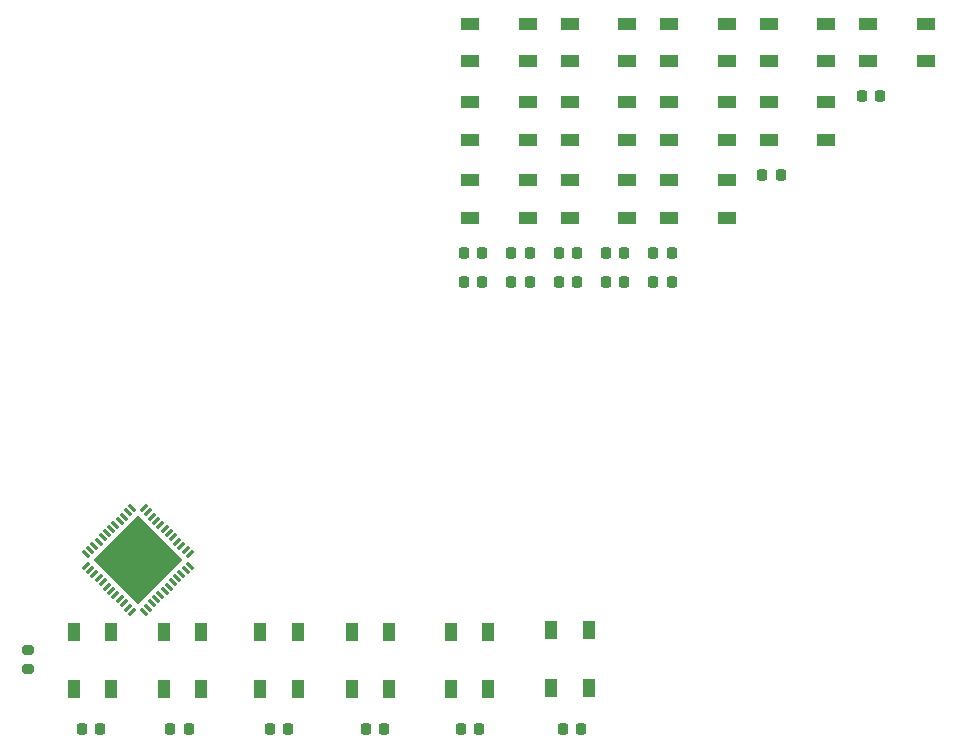
<source format=gbr>
%TF.GenerationSoftware,KiCad,Pcbnew,(6.0.0-0)*%
%TF.CreationDate,2022-01-27T15:42:08+01:00*%
%TF.ProjectId,GlowBand,476c6f77-4261-46e6-942e-6b696361645f,rev?*%
%TF.SameCoordinates,Original*%
%TF.FileFunction,Soldermask,Top*%
%TF.FilePolarity,Negative*%
%FSLAX46Y46*%
G04 Gerber Fmt 4.6, Leading zero omitted, Abs format (unit mm)*
G04 Created by KiCad (PCBNEW (6.0.0-0)) date 2022-01-27 15:42:08*
%MOMM*%
%LPD*%
G01*
G04 APERTURE LIST*
G04 Aperture macros list*
%AMRoundRect*
0 Rectangle with rounded corners*
0 $1 Rounding radius*
0 $2 $3 $4 $5 $6 $7 $8 $9 X,Y pos of 4 corners*
0 Add a 4 corners polygon primitive as box body*
4,1,4,$2,$3,$4,$5,$6,$7,$8,$9,$2,$3,0*
0 Add four circle primitives for the rounded corners*
1,1,$1+$1,$2,$3*
1,1,$1+$1,$4,$5*
1,1,$1+$1,$6,$7*
1,1,$1+$1,$8,$9*
0 Add four rect primitives between the rounded corners*
20,1,$1+$1,$2,$3,$4,$5,0*
20,1,$1+$1,$4,$5,$6,$7,0*
20,1,$1+$1,$6,$7,$8,$9,0*
20,1,$1+$1,$8,$9,$2,$3,0*%
%AMRotRect*
0 Rectangle, with rotation*
0 The origin of the aperture is its center*
0 $1 length*
0 $2 width*
0 $3 Rotation angle, in degrees counterclockwise*
0 Add horizontal line*
21,1,$1,$2,0,0,$3*%
G04 Aperture macros list end*
%ADD10RoundRect,0.225000X-0.225000X-0.250000X0.225000X-0.250000X0.225000X0.250000X-0.225000X0.250000X0*%
%ADD11R,1.500000X1.000000*%
%ADD12RoundRect,0.062500X-0.194454X-0.282843X0.282843X0.194454X0.194454X0.282843X-0.282843X-0.194454X0*%
%ADD13RoundRect,0.062500X0.194454X-0.282843X0.282843X-0.194454X-0.194454X0.282843X-0.282843X0.194454X0*%
%ADD14RotRect,5.300000X5.300000X45.000000*%
%ADD15R,1.000000X1.500000*%
%ADD16RoundRect,0.200000X0.275000X-0.200000X0.275000X0.200000X-0.275000X0.200000X-0.275000X-0.200000X0*%
G04 APERTURE END LIST*
D10*
%TO.C,C8*%
X119167000Y-71120000D03*
X120717000Y-71120000D03*
%TD*%
D11*
%TO.C,D10*%
X136537000Y-55825000D03*
X136537000Y-59025000D03*
X141437000Y-59025000D03*
X141437000Y-55825000D03*
%TD*%
D10*
%TO.C,C14*%
X135207000Y-71120000D03*
X136757000Y-71120000D03*
%TD*%
D11*
%TO.C,D13*%
X136537000Y-49205000D03*
X136537000Y-52405000D03*
X141437000Y-52405000D03*
X141437000Y-49205000D03*
%TD*%
%TO.C,D18*%
X144957000Y-55825000D03*
X144957000Y-59025000D03*
X149857000Y-59025000D03*
X149857000Y-55825000D03*
%TD*%
D10*
%TO.C,C13*%
X131197000Y-71120000D03*
X132747000Y-71120000D03*
%TD*%
%TO.C,C18*%
X144427000Y-61990000D03*
X145977000Y-61990000D03*
%TD*%
%TO.C,C4*%
X110858000Y-108966000D03*
X112408000Y-108966000D03*
%TD*%
%TO.C,C12*%
X135207000Y-68610000D03*
X136757000Y-68610000D03*
%TD*%
%TO.C,C16*%
X127187000Y-68610000D03*
X128737000Y-68610000D03*
%TD*%
D11*
%TO.C,D16*%
X144957000Y-49205000D03*
X144957000Y-52405000D03*
X149857000Y-52405000D03*
X149857000Y-49205000D03*
%TD*%
%TO.C,D7*%
X119697000Y-62445000D03*
X119697000Y-65645000D03*
X124597000Y-65645000D03*
X124597000Y-62445000D03*
%TD*%
D12*
%TO.C,U1*%
X87182938Y-95109975D03*
X87536491Y-95463528D03*
X87890045Y-95817082D03*
X88243598Y-96170635D03*
X88597152Y-96524188D03*
X88950705Y-96877742D03*
X89304258Y-97231295D03*
X89657812Y-97584848D03*
X90011365Y-97938402D03*
X90364918Y-98291955D03*
X90718472Y-98645509D03*
X91072025Y-98999062D03*
D13*
X92061975Y-98999062D03*
X92415528Y-98645509D03*
X92769082Y-98291955D03*
X93122635Y-97938402D03*
X93476188Y-97584848D03*
X93829742Y-97231295D03*
X94183295Y-96877742D03*
X94536848Y-96524188D03*
X94890402Y-96170635D03*
X95243955Y-95817082D03*
X95597509Y-95463528D03*
X95951062Y-95109975D03*
D12*
X95951062Y-94120025D03*
X95597509Y-93766472D03*
X95243955Y-93412918D03*
X94890402Y-93059365D03*
X94536848Y-92705812D03*
X94183295Y-92352258D03*
X93829742Y-91998705D03*
X93476188Y-91645152D03*
X93122635Y-91291598D03*
X92769082Y-90938045D03*
X92415528Y-90584491D03*
X92061975Y-90230938D03*
D13*
X91072025Y-90230938D03*
X90718472Y-90584491D03*
X90364918Y-90938045D03*
X90011365Y-91291598D03*
X89657812Y-91645152D03*
X89304258Y-91998705D03*
X88950705Y-92352258D03*
X88597152Y-92705812D03*
X88243598Y-93059365D03*
X87890045Y-93412918D03*
X87536491Y-93766472D03*
X87182938Y-94120025D03*
D14*
X91567000Y-94615000D03*
%TD*%
D10*
%TO.C,C10*%
X131197000Y-68610000D03*
X132747000Y-68610000D03*
%TD*%
D11*
%TO.C,D9*%
X119697000Y-55825000D03*
X119697000Y-59025000D03*
X124597000Y-59025000D03*
X124597000Y-55825000D03*
%TD*%
D15*
%TO.C,D1*%
X86127000Y-105574000D03*
X89327000Y-105574000D03*
X89327000Y-100674000D03*
X86127000Y-100674000D03*
%TD*%
%TO.C,D2*%
X93747000Y-105574000D03*
X96947000Y-105574000D03*
X96947000Y-100674000D03*
X93747000Y-100674000D03*
%TD*%
D11*
%TO.C,D17*%
X128117000Y-49205000D03*
X128117000Y-52405000D03*
X133017000Y-52405000D03*
X133017000Y-49205000D03*
%TD*%
D15*
%TO.C,D5*%
X118034000Y-105574000D03*
X121234000Y-105574000D03*
X121234000Y-100674000D03*
X118034000Y-100674000D03*
%TD*%
D10*
%TO.C,C3*%
X102730000Y-108966000D03*
X104280000Y-108966000D03*
%TD*%
D11*
%TO.C,D11*%
X128117000Y-55825000D03*
X128117000Y-59025000D03*
X133017000Y-59025000D03*
X133017000Y-55825000D03*
%TD*%
D10*
%TO.C,C17*%
X127187000Y-71120000D03*
X128737000Y-71120000D03*
%TD*%
D11*
%TO.C,D8*%
X153377000Y-49205000D03*
X153377000Y-52405000D03*
X158277000Y-52405000D03*
X158277000Y-49205000D03*
%TD*%
D10*
%TO.C,C15*%
X123177000Y-68610000D03*
X124727000Y-68610000D03*
%TD*%
D16*
%TO.C,R1*%
X82296000Y-103885000D03*
X82296000Y-102235000D03*
%TD*%
D10*
%TO.C,C6*%
X127538000Y-108966000D03*
X129088000Y-108966000D03*
%TD*%
%TO.C,C2*%
X94318000Y-108966000D03*
X95868000Y-108966000D03*
%TD*%
D11*
%TO.C,D15*%
X119697000Y-49205000D03*
X119697000Y-52405000D03*
X124597000Y-52405000D03*
X124597000Y-49205000D03*
%TD*%
D15*
%TO.C,D3*%
X101905000Y-105574000D03*
X105105000Y-105574000D03*
X105105000Y-100674000D03*
X101905000Y-100674000D03*
%TD*%
D10*
%TO.C,C1*%
X86825000Y-108966000D03*
X88375000Y-108966000D03*
%TD*%
%TO.C,C9*%
X119167000Y-68610000D03*
X120717000Y-68610000D03*
%TD*%
%TO.C,C11*%
X152847000Y-55370000D03*
X154397000Y-55370000D03*
%TD*%
D11*
%TO.C,D14*%
X128117000Y-62445000D03*
X128117000Y-65645000D03*
X133017000Y-65645000D03*
X133017000Y-62445000D03*
%TD*%
D10*
%TO.C,C5*%
X118889000Y-108966000D03*
X120439000Y-108966000D03*
%TD*%
D15*
%TO.C,D6*%
X126543000Y-105447000D03*
X129743000Y-105447000D03*
X129743000Y-100547000D03*
X126543000Y-100547000D03*
%TD*%
D10*
%TO.C,C7*%
X123177000Y-71120000D03*
X124727000Y-71120000D03*
%TD*%
D11*
%TO.C,D12*%
X136537000Y-62445000D03*
X136537000Y-65645000D03*
X141437000Y-65645000D03*
X141437000Y-62445000D03*
%TD*%
D15*
%TO.C,D4*%
X109652000Y-105574000D03*
X112852000Y-105574000D03*
X112852000Y-100674000D03*
X109652000Y-100674000D03*
%TD*%
M02*

</source>
